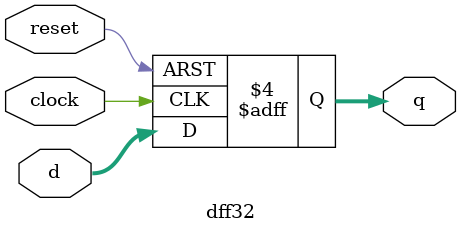
<source format=v>
`timescale 1ns / 1ps
module dff32(
	d,
	clock, reset,
	q
    );
	input [31:0]d;
	input clock, reset;
	output [31:0]q;
	 reg [31:0]q;
	 
	 always @(posedge clock or negedge reset) begin
	    if (reset == 0) q <= 0;
		 else q <= d;
	 end
	 
	 initial q = 0;

endmodule

</source>
